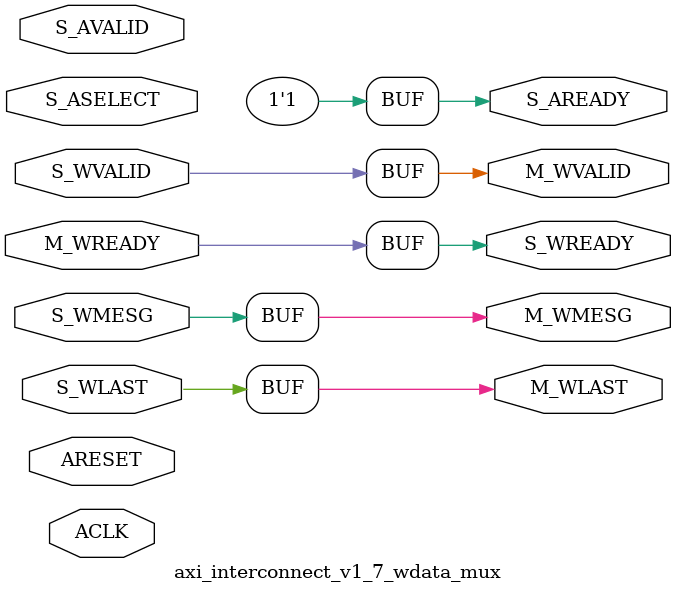
<source format=v>

`timescale 1ps/1ps
`default_nettype none

(* DowngradeIPIdentifiedWarnings="yes" *) 
module axi_interconnect_v1_7_wdata_mux #
  (
   parameter         C_FAMILY       = "none", // FPGA Family.
   parameter integer C_WMESG_WIDTH            =  1, // Width of W-channel payload.
   parameter integer C_NUM_SLAVE_SLOTS     =  1, // Number of S_* ports.
   parameter integer C_SELECT_WIDTH      =  1, // Width of ASELECT.
   parameter integer C_FIFO_DEPTH_LOG     =  0 // Queue depth = 2**C_FIFO_DEPTH_LOG.
   )
  (
   // System Signals
   input  wire                                        ACLK,
   input  wire                                        ARESET,
   // Slave Data Ports
   input  wire [C_NUM_SLAVE_SLOTS*C_WMESG_WIDTH-1:0]     S_WMESG,
   input  wire [C_NUM_SLAVE_SLOTS-1:0]                S_WLAST,
   input  wire [C_NUM_SLAVE_SLOTS-1:0]                S_WVALID,
   output wire [C_NUM_SLAVE_SLOTS-1:0]                S_WREADY,
   // Master Data Ports
   output wire [C_WMESG_WIDTH-1:0]                       M_WMESG,
   output wire                                        M_WLAST,
   output wire                                        M_WVALID,
   input  wire                                        M_WREADY,
   // Write Command Ports
   input  wire [C_SELECT_WIDTH-1:0]                 S_ASELECT,  // SI-slot index from AW arbiter
   input  wire                                        S_AVALID,
   output wire                                        S_AREADY
   );

  // Decode select input to 1-hot
  function [C_NUM_SLAVE_SLOTS-1:0] f_decoder (
      input [C_SELECT_WIDTH-1:0] sel
    );
    integer i;
    begin
      for (i=0; i<C_NUM_SLAVE_SLOTS; i=i+1) begin
        f_decoder[i] = (sel == i);
      end
    end
  endfunction

  wire                                          m_valid_i;
  wire                                          m_last_i;
  wire [C_NUM_SLAVE_SLOTS-1:0]             m_select_hot;
  wire [C_SELECT_WIDTH-1:0]                 m_select_enc;
  wire                                          m_avalid;
  wire                                          m_aready;
  
  generate
    if (C_NUM_SLAVE_SLOTS>1) begin : gen_wmux
      // SI-side write command queue
  axi_interconnect_v1_7_axic_reg_srl_fifo #
        (
         .C_FAMILY          (C_FAMILY),
         .C_FIFO_WIDTH      (C_SELECT_WIDTH),
         .C_FIFO_DEPTH_LOG  (C_FIFO_DEPTH_LOG),
         .C_USE_FULL        (0)
         )
        wmux_aw_fifo
          (
           .ACLK    (ACLK),
           .ARESET  (ARESET),
           .S_MESG  (S_ASELECT),
           .S_VALID (S_AVALID),
           .S_READY (S_AREADY),
           .M_MESG  (m_select_enc),
           .M_VALID (m_avalid),
           .M_READY (m_aready)
           );
    
      assign m_select_hot = f_decoder(m_select_enc);
      
      // Instantiate MUX
  axi_interconnect_v1_7_mux_enc # 
        (
         .C_FAMILY      (C_FAMILY),
         .C_RATIO       (C_NUM_SLAVE_SLOTS),
         .C_SEL_WIDTH   (C_SELECT_WIDTH),
         .C_DATA_WIDTH  (C_WMESG_WIDTH)
        ) mux_w 
        (
         .S   (m_select_enc),
         .A   (S_WMESG),
         .O   (M_WMESG),
         .OE  (1'b1)
        ); 
        
      assign m_last_i  = |(S_WLAST & m_select_hot);
      assign m_valid_i = |(S_WVALID & m_select_hot);
      
      assign m_aready = m_valid_i & m_avalid & m_last_i & M_WREADY;
      assign M_WLAST = m_last_i;
      assign M_WVALID = m_valid_i & m_avalid;
      assign S_WREADY = m_select_hot & {C_NUM_SLAVE_SLOTS{m_avalid & M_WREADY}};
    end else begin : gen_no_wmux
      assign S_AREADY = 1'b1;
      assign M_WVALID = S_WVALID;
      assign S_WREADY = M_WREADY;
      assign M_WLAST = S_WLAST;
      assign M_WMESG = S_WMESG;
    end
  endgenerate
  
endmodule

`default_nettype wire

</source>
